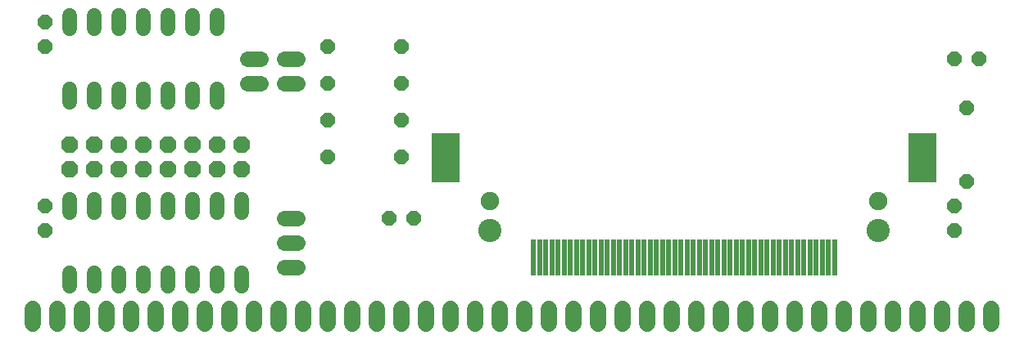
<source format=gts>
G75*
%MOIN*%
%OFA0B0*%
%FSLAX24Y24*%
%IPPOS*%
%LPD*%
%AMOC8*
5,1,8,0,0,1.08239X$1,22.5*
%
%ADD10C,0.0680*%
%ADD11OC8,0.0600*%
%ADD12C,0.0600*%
%ADD13OC8,0.0680*%
%ADD14C,0.0640*%
%ADD15R,0.0237X0.1458*%
%ADD16R,0.1122X0.1988*%
%ADD17C,0.0749*%
%ADD18C,0.0946*%
D10*
X000680Y000880D02*
X000680Y001480D01*
X001680Y001480D02*
X001680Y000880D01*
X002680Y000880D02*
X002680Y001480D01*
X003680Y001480D02*
X003680Y000880D01*
X004680Y000880D02*
X004680Y001480D01*
X005680Y001480D02*
X005680Y000880D01*
X006680Y000880D02*
X006680Y001480D01*
X007680Y001480D02*
X007680Y000880D01*
X008680Y000880D02*
X008680Y001480D01*
X009680Y001480D02*
X009680Y000880D01*
X010680Y000880D02*
X010680Y001480D01*
X011680Y001480D02*
X011680Y000880D01*
X012680Y000880D02*
X012680Y001480D01*
X013680Y001480D02*
X013680Y000880D01*
X014680Y000880D02*
X014680Y001480D01*
X015680Y001480D02*
X015680Y000880D01*
X016680Y000880D02*
X016680Y001480D01*
X017680Y001480D02*
X017680Y000880D01*
X018680Y000880D02*
X018680Y001480D01*
X019680Y001480D02*
X019680Y000880D01*
X020680Y000880D02*
X020680Y001480D01*
X021680Y001480D02*
X021680Y000880D01*
X022680Y000880D02*
X022680Y001480D01*
X023680Y001480D02*
X023680Y000880D01*
X024680Y000880D02*
X024680Y001480D01*
X025680Y001480D02*
X025680Y000880D01*
X026680Y000880D02*
X026680Y001480D01*
X027680Y001480D02*
X027680Y000880D01*
X028680Y000880D02*
X028680Y001480D01*
X029680Y001480D02*
X029680Y000880D01*
X030680Y000880D02*
X030680Y001480D01*
X031680Y001480D02*
X031680Y000880D01*
X032680Y000880D02*
X032680Y001480D01*
X033680Y001480D02*
X033680Y000880D01*
X034680Y000880D02*
X034680Y001480D01*
X035680Y001480D02*
X035680Y000880D01*
X036680Y000880D02*
X036680Y001480D01*
X037680Y001480D02*
X037680Y000880D01*
X038680Y000880D02*
X038680Y001480D01*
X039680Y001480D02*
X039680Y000880D01*
D11*
X038180Y004680D03*
X038180Y005680D03*
X038680Y006680D03*
X038680Y009680D03*
X038180Y011680D03*
X039180Y011680D03*
X016180Y005180D03*
X015180Y005180D03*
X015680Y007680D03*
X012680Y007680D03*
X012680Y009180D03*
X015680Y009180D03*
X015680Y010680D03*
X012680Y010680D03*
X012680Y012180D03*
X015680Y012180D03*
X001180Y012180D03*
X001180Y013180D03*
X001180Y005680D03*
X001180Y004680D03*
D12*
X002180Y005420D02*
X002180Y005940D01*
X003180Y005940D02*
X003180Y005420D01*
X004180Y005420D02*
X004180Y005940D01*
X005180Y005940D02*
X005180Y005420D01*
X006180Y005420D02*
X006180Y005940D01*
X007180Y005940D02*
X007180Y005420D01*
X008180Y005420D02*
X008180Y005940D01*
X009180Y005940D02*
X009180Y005420D01*
X009180Y002940D02*
X009180Y002420D01*
X008180Y002420D02*
X008180Y002940D01*
X007180Y002940D02*
X007180Y002420D01*
X006180Y002420D02*
X006180Y002940D01*
X005180Y002940D02*
X005180Y002420D01*
X004180Y002420D02*
X004180Y002940D01*
X003180Y002940D02*
X003180Y002420D01*
X002180Y002420D02*
X002180Y002940D01*
X002180Y009920D02*
X002180Y010440D01*
X003180Y010440D02*
X003180Y009920D01*
X004180Y009920D02*
X004180Y010440D01*
X005180Y010440D02*
X005180Y009920D01*
X006180Y009920D02*
X006180Y010440D01*
X007180Y010440D02*
X007180Y009920D01*
X008180Y009920D02*
X008180Y010440D01*
X008180Y012920D02*
X008180Y013440D01*
X007180Y013440D02*
X007180Y012920D01*
X006180Y012920D02*
X006180Y013440D01*
X005180Y013440D02*
X005180Y012920D01*
X004180Y012920D02*
X004180Y013440D01*
X003180Y013440D02*
X003180Y012920D01*
X002180Y012920D02*
X002180Y013440D01*
D13*
X002180Y008180D03*
X003180Y008180D03*
X004180Y008180D03*
X005180Y008180D03*
X006180Y008180D03*
X007180Y008180D03*
X008180Y008180D03*
X009180Y008180D03*
X009180Y007180D03*
X008180Y007180D03*
X007180Y007180D03*
X006180Y007180D03*
X005180Y007180D03*
X004180Y007180D03*
X003180Y007180D03*
X002180Y007180D03*
D14*
X010900Y005180D02*
X011460Y005180D01*
X011460Y004180D02*
X010900Y004180D01*
X010900Y003180D02*
X011460Y003180D01*
X011460Y010680D02*
X010900Y010680D01*
X009960Y010680D02*
X009400Y010680D01*
X009400Y011680D02*
X009960Y011680D01*
X010900Y011680D02*
X011460Y011680D01*
D15*
X021055Y003574D03*
X021305Y003574D03*
X021555Y003574D03*
X021805Y003574D03*
X022055Y003574D03*
X022305Y003574D03*
X022555Y003574D03*
X022805Y003574D03*
X023055Y003574D03*
X023305Y003574D03*
X023555Y003574D03*
X023805Y003574D03*
X024055Y003574D03*
X024305Y003574D03*
X024555Y003574D03*
X024805Y003574D03*
X025055Y003574D03*
X025305Y003574D03*
X025555Y003574D03*
X025805Y003574D03*
X026055Y003574D03*
X026305Y003574D03*
X026555Y003574D03*
X026805Y003574D03*
X027055Y003574D03*
X027305Y003574D03*
X027555Y003574D03*
X027805Y003574D03*
X028055Y003574D03*
X028305Y003574D03*
X028555Y003574D03*
X028805Y003574D03*
X029055Y003574D03*
X029305Y003574D03*
X029555Y003574D03*
X029805Y003574D03*
X030055Y003574D03*
X030305Y003574D03*
X030555Y003574D03*
X030805Y003574D03*
X031055Y003574D03*
X031305Y003574D03*
X031555Y003574D03*
X031805Y003574D03*
X032055Y003574D03*
X032305Y003574D03*
X032555Y003574D03*
X032805Y003574D03*
X033055Y003574D03*
X033305Y003574D03*
D16*
X036865Y007643D03*
X017495Y007652D03*
D17*
X019274Y005861D03*
X035086Y005861D03*
D18*
X035086Y004680D03*
X019274Y004680D03*
M02*

</source>
